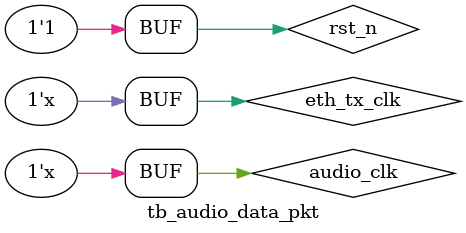
<source format=v>

`timescale 1ns/1ns


module tb_audio_data_pkt();
    reg               rst_n          ;
 
    reg               audio_clk      ;
    reg               audio_en       ;
    reg [15:0]        audio_data     ;
  
    reg               transfer_flag  ;
   
    reg               eth_tx_clk     ;
    reg               udp_tx_req     ;
    reg               udp_tx_done    ;
    wire         udp_tx_start_en     ;
    wire  [31:0] udp_tx_data         ;
    wire  [15:0] udp_tx_byte_num     ;


initial begin
    audio_clk  = 1'b0;
    eth_tx_clk = 1'b0;
    rst_n <= 1'b0;
    #40;
    rst_n <= 1'b1;

end


always #50 audio_clk = ~audio_clk;

always #7  eth_tx_clk =~eth_tx_clk;

reg [15:0] cnt;

always@(posedge audio_clk or negedge rst_n)
begin
    if(~rst_n)
       cnt <= 1'b0;
    else
       cnt <= cnt + 1'b1;
end

always@(posedge audio_clk or negedge rst_n)
begin
    if(~rst_n)
        audio_en <= 1'b0;
    else if(cnt == 'd2)
        audio_en <= 1'b1;
    else
        audio_en <= audio_en;
end

always@(posedge audio_clk or negedge rst_n)
begin
    if(~rst_n)
        audio_data <= 16'd0;
    else
        audio_data <= cnt;
end

always@(posedge audio_clk or negedge rst_n)
begin
    if(~rst_n)
        transfer_flag <= 1'd0;
    else
        transfer_flag <= 1'b1;
end


always@(posedge eth_tx_clk or negedge rst_n)
begin
    if(~rst_n) 
        udp_tx_req <= 1'b0;
    else if((audio_data == 'd560)||(audio_data == 'd900))
        udp_tx_req <= 1'b1;
    else
        udp_tx_req <= udp_tx_req;
  
end




    
always@(posedge eth_tx_clk or negedge rst_n)
begin
    if(~rst_n) 
        udp_tx_done <= 1'b0;
    else if(audio_data == 'd2300)
        udp_tx_done <= 1'b1;
    else
        udp_tx_done <= 1'b0;
end    

audio_data_pkt2 audio_data_pkt_inst
(
    .rst_n          (rst_n          ),
  
    .audio_clk      (audio_clk      ),
    .audio_en       (audio_en       ),
    .audio_data     (audio_data     ),

    .transfer_flag  (transfer_flag  ),  
  
    .eth_tx_clk     (eth_tx_clk     ),   
    .udp_tx_req     (udp_tx_req     ),   
    .udp_tx_done    (udp_tx_done    ),          
    .udp_tx_start_en(udp_tx_start_en),   
    .udp_tx_data    (udp_tx_data    ),   
    .udp_tx_byte_num(udp_tx_byte_num)    
);


endmodule


</source>
